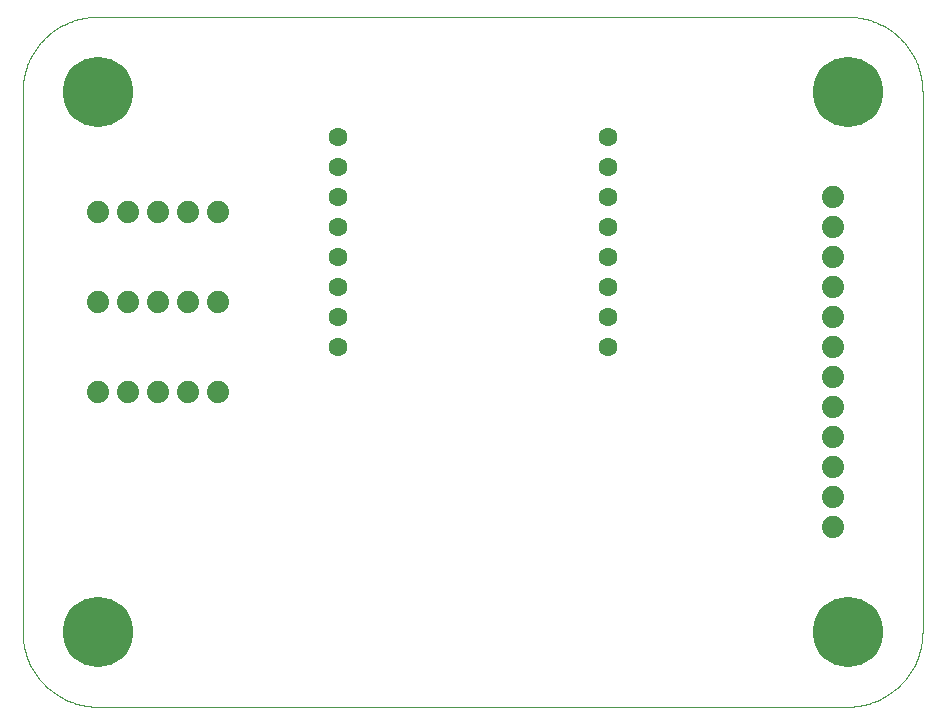
<source format=gbs>
G75*
%MOIN*%
%OFA0B0*%
%FSLAX25Y25*%
%IPPOS*%
%LPD*%
%AMOC8*
5,1,8,0,0,1.08239X$1,22.5*
%
%ADD10C,0.00000*%
%ADD11C,0.06306*%
%ADD12C,0.07400*%
%ADD13C,0.23400*%
D10*
X0026300Y0001300D02*
X0276300Y0001300D01*
X0276904Y0001307D01*
X0277508Y0001329D01*
X0278111Y0001366D01*
X0278713Y0001417D01*
X0279313Y0001482D01*
X0279912Y0001562D01*
X0280509Y0001657D01*
X0281103Y0001766D01*
X0281695Y0001889D01*
X0282283Y0002026D01*
X0282868Y0002178D01*
X0283449Y0002344D01*
X0284025Y0002524D01*
X0284598Y0002717D01*
X0285165Y0002925D01*
X0285727Y0003146D01*
X0286284Y0003380D01*
X0286835Y0003628D01*
X0287380Y0003889D01*
X0287918Y0004164D01*
X0288450Y0004451D01*
X0288974Y0004751D01*
X0289491Y0005063D01*
X0290000Y0005388D01*
X0290502Y0005725D01*
X0290995Y0006075D01*
X0291479Y0006436D01*
X0291955Y0006808D01*
X0292421Y0007192D01*
X0292878Y0007587D01*
X0293325Y0007993D01*
X0293763Y0008410D01*
X0294190Y0008837D01*
X0294607Y0009275D01*
X0295013Y0009722D01*
X0295408Y0010179D01*
X0295792Y0010645D01*
X0296164Y0011121D01*
X0296525Y0011605D01*
X0296875Y0012098D01*
X0297212Y0012600D01*
X0297537Y0013109D01*
X0297849Y0013626D01*
X0298149Y0014150D01*
X0298436Y0014682D01*
X0298711Y0015220D01*
X0298972Y0015765D01*
X0299220Y0016316D01*
X0299454Y0016873D01*
X0299675Y0017435D01*
X0299883Y0018002D01*
X0300076Y0018575D01*
X0300256Y0019151D01*
X0300422Y0019732D01*
X0300574Y0020317D01*
X0300711Y0020905D01*
X0300834Y0021497D01*
X0300943Y0022091D01*
X0301038Y0022688D01*
X0301118Y0023287D01*
X0301183Y0023887D01*
X0301234Y0024489D01*
X0301271Y0025092D01*
X0301293Y0025696D01*
X0301300Y0026300D01*
X0301300Y0206300D01*
X0301293Y0206904D01*
X0301271Y0207508D01*
X0301234Y0208111D01*
X0301183Y0208713D01*
X0301118Y0209313D01*
X0301038Y0209912D01*
X0300943Y0210509D01*
X0300834Y0211103D01*
X0300711Y0211695D01*
X0300574Y0212283D01*
X0300422Y0212868D01*
X0300256Y0213449D01*
X0300076Y0214025D01*
X0299883Y0214598D01*
X0299675Y0215165D01*
X0299454Y0215727D01*
X0299220Y0216284D01*
X0298972Y0216835D01*
X0298711Y0217380D01*
X0298436Y0217918D01*
X0298149Y0218450D01*
X0297849Y0218974D01*
X0297537Y0219491D01*
X0297212Y0220000D01*
X0296875Y0220502D01*
X0296525Y0220995D01*
X0296164Y0221479D01*
X0295792Y0221955D01*
X0295408Y0222421D01*
X0295013Y0222878D01*
X0294607Y0223325D01*
X0294190Y0223763D01*
X0293763Y0224190D01*
X0293325Y0224607D01*
X0292878Y0225013D01*
X0292421Y0225408D01*
X0291955Y0225792D01*
X0291479Y0226164D01*
X0290995Y0226525D01*
X0290502Y0226875D01*
X0290000Y0227212D01*
X0289491Y0227537D01*
X0288974Y0227849D01*
X0288450Y0228149D01*
X0287918Y0228436D01*
X0287380Y0228711D01*
X0286835Y0228972D01*
X0286284Y0229220D01*
X0285727Y0229454D01*
X0285165Y0229675D01*
X0284598Y0229883D01*
X0284025Y0230076D01*
X0283449Y0230256D01*
X0282868Y0230422D01*
X0282283Y0230574D01*
X0281695Y0230711D01*
X0281103Y0230834D01*
X0280509Y0230943D01*
X0279912Y0231038D01*
X0279313Y0231118D01*
X0278713Y0231183D01*
X0278111Y0231234D01*
X0277508Y0231271D01*
X0276904Y0231293D01*
X0276300Y0231300D01*
X0026300Y0231300D01*
X0025696Y0231293D01*
X0025092Y0231271D01*
X0024489Y0231234D01*
X0023887Y0231183D01*
X0023287Y0231118D01*
X0022688Y0231038D01*
X0022091Y0230943D01*
X0021497Y0230834D01*
X0020905Y0230711D01*
X0020317Y0230574D01*
X0019732Y0230422D01*
X0019151Y0230256D01*
X0018575Y0230076D01*
X0018002Y0229883D01*
X0017435Y0229675D01*
X0016873Y0229454D01*
X0016316Y0229220D01*
X0015765Y0228972D01*
X0015220Y0228711D01*
X0014682Y0228436D01*
X0014150Y0228149D01*
X0013626Y0227849D01*
X0013109Y0227537D01*
X0012600Y0227212D01*
X0012098Y0226875D01*
X0011605Y0226525D01*
X0011121Y0226164D01*
X0010645Y0225792D01*
X0010179Y0225408D01*
X0009722Y0225013D01*
X0009275Y0224607D01*
X0008837Y0224190D01*
X0008410Y0223763D01*
X0007993Y0223325D01*
X0007587Y0222878D01*
X0007192Y0222421D01*
X0006808Y0221955D01*
X0006436Y0221479D01*
X0006075Y0220995D01*
X0005725Y0220502D01*
X0005388Y0220000D01*
X0005063Y0219491D01*
X0004751Y0218974D01*
X0004451Y0218450D01*
X0004164Y0217918D01*
X0003889Y0217380D01*
X0003628Y0216835D01*
X0003380Y0216284D01*
X0003146Y0215727D01*
X0002925Y0215165D01*
X0002717Y0214598D01*
X0002524Y0214025D01*
X0002344Y0213449D01*
X0002178Y0212868D01*
X0002026Y0212283D01*
X0001889Y0211695D01*
X0001766Y0211103D01*
X0001657Y0210509D01*
X0001562Y0209912D01*
X0001482Y0209313D01*
X0001417Y0208713D01*
X0001366Y0208111D01*
X0001329Y0207508D01*
X0001307Y0206904D01*
X0001300Y0206300D01*
X0001300Y0026300D01*
X0001307Y0025696D01*
X0001329Y0025092D01*
X0001366Y0024489D01*
X0001417Y0023887D01*
X0001482Y0023287D01*
X0001562Y0022688D01*
X0001657Y0022091D01*
X0001766Y0021497D01*
X0001889Y0020905D01*
X0002026Y0020317D01*
X0002178Y0019732D01*
X0002344Y0019151D01*
X0002524Y0018575D01*
X0002717Y0018002D01*
X0002925Y0017435D01*
X0003146Y0016873D01*
X0003380Y0016316D01*
X0003628Y0015765D01*
X0003889Y0015220D01*
X0004164Y0014682D01*
X0004451Y0014150D01*
X0004751Y0013626D01*
X0005063Y0013109D01*
X0005388Y0012600D01*
X0005725Y0012098D01*
X0006075Y0011605D01*
X0006436Y0011121D01*
X0006808Y0010645D01*
X0007192Y0010179D01*
X0007587Y0009722D01*
X0007993Y0009275D01*
X0008410Y0008837D01*
X0008837Y0008410D01*
X0009275Y0007993D01*
X0009722Y0007587D01*
X0010179Y0007192D01*
X0010645Y0006808D01*
X0011121Y0006436D01*
X0011605Y0006075D01*
X0012098Y0005725D01*
X0012600Y0005388D01*
X0013109Y0005063D01*
X0013626Y0004751D01*
X0014150Y0004451D01*
X0014682Y0004164D01*
X0015220Y0003889D01*
X0015765Y0003628D01*
X0016316Y0003380D01*
X0016873Y0003146D01*
X0017435Y0002925D01*
X0018002Y0002717D01*
X0018575Y0002524D01*
X0019151Y0002344D01*
X0019732Y0002178D01*
X0020317Y0002026D01*
X0020905Y0001889D01*
X0021497Y0001766D01*
X0022091Y0001657D01*
X0022688Y0001562D01*
X0023287Y0001482D01*
X0023887Y0001417D01*
X0024489Y0001366D01*
X0025092Y0001329D01*
X0025696Y0001307D01*
X0026300Y0001300D01*
D11*
X0106300Y0121300D03*
X0106300Y0131300D03*
X0106300Y0141300D03*
X0106300Y0151300D03*
X0106300Y0161300D03*
X0106300Y0171300D03*
X0106300Y0181300D03*
X0106300Y0191300D03*
X0196300Y0191300D03*
X0196300Y0181300D03*
X0196300Y0171300D03*
X0196300Y0161300D03*
X0196300Y0151300D03*
X0196300Y0141300D03*
X0196300Y0131300D03*
X0196300Y0121300D03*
D12*
X0271300Y0121300D03*
X0271300Y0131300D03*
X0271300Y0141300D03*
X0271300Y0151300D03*
X0271300Y0161300D03*
X0271300Y0171300D03*
X0271300Y0111300D03*
X0271300Y0101300D03*
X0271300Y0091300D03*
X0271300Y0081300D03*
X0271300Y0071300D03*
X0271300Y0061300D03*
X0066300Y0106300D03*
X0056300Y0106300D03*
X0046300Y0106300D03*
X0036300Y0106300D03*
X0026300Y0106300D03*
X0026300Y0136300D03*
X0036300Y0136300D03*
X0046300Y0136300D03*
X0056300Y0136300D03*
X0066300Y0136300D03*
X0066300Y0166300D03*
X0056300Y0166300D03*
X0046300Y0166300D03*
X0036300Y0166300D03*
X0026300Y0166300D03*
D13*
X0026300Y0206300D03*
X0026300Y0026300D03*
X0276300Y0026300D03*
X0276300Y0206300D03*
M02*

</source>
